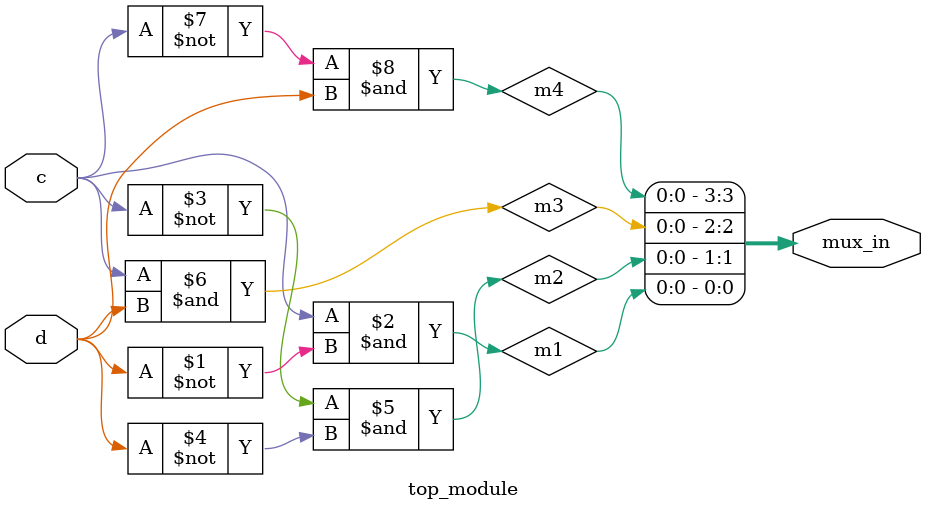
<source format=sv>
module top_module (
    input c,
    input d,
    output [3:0] mux_in
);

wire m1, m2, m3, m4;

assign m1 = c & ~d;
assign m2 = ~c & ~d;
assign m3 = c & d;
assign m4 = ~c & d;

assign mux_in[0] = m1;
assign mux_in[1] = m2;
assign mux_in[2] = m3;
assign mux_in[3] = m4;

endmodule

</source>
